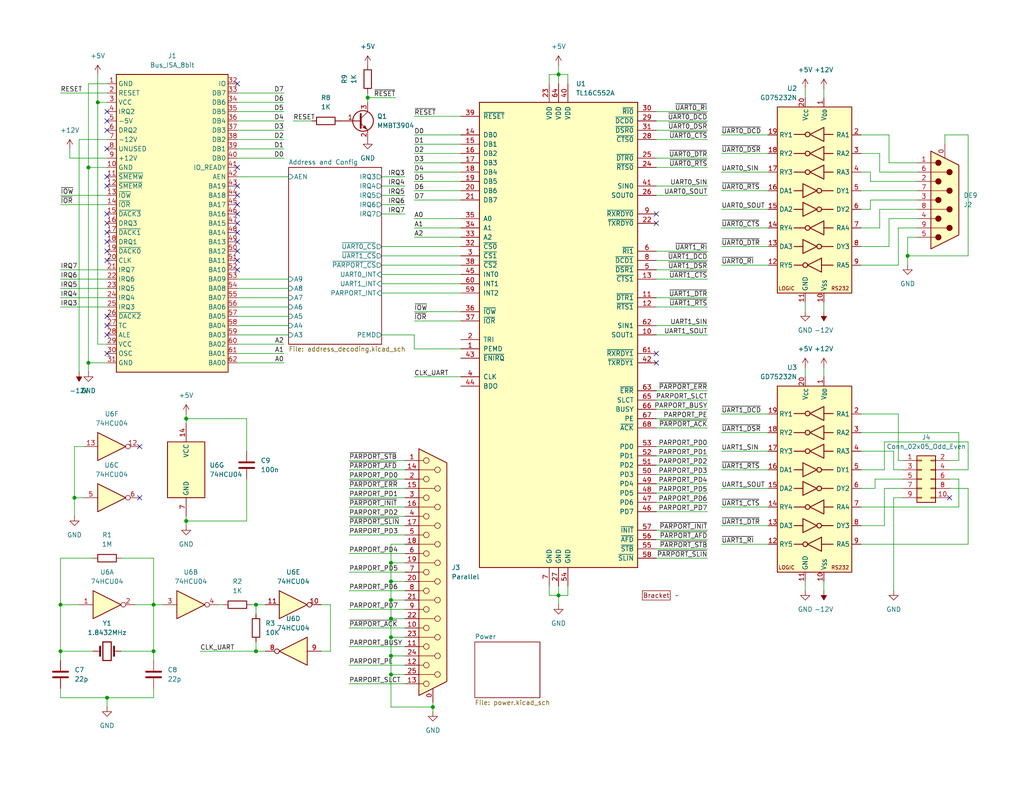
<source format=kicad_sch>
(kicad_sch (version 20231120) (generator "eeschema") (generator_version "8.0")
  (paper "USLetter")
  (junction (at 106.68 168.91))
  (junction (at 24.13 99.06))
  (junction (at 16.51 165.1))
  (junction (at 247.65 69.85))
  (junction (at 41.91 165.1))
  (junction (at 29.21 190.5))
  (junction (at 106.68 158.75))
  (junction (at 24.13 45.72))
  (junction (at 152.4 162.56))
  (junction (at 16.51 177.8))
  (junction (at 69.85 177.8))
  (junction (at 26.67 27.94))
  (junction (at 20.32 135.89))
  (junction (at 152.4 20.32))
  (junction (at 100.33 26.67))
  (junction (at 106.68 184.15))
  (junction (at 106.68 179.07))
  (junction (at 69.85 165.1))
  (junction (at 118.11 193.04))
  (junction (at 50.8 142.24))
  (junction (at 106.68 163.83))
  (junction (at 106.68 173.99))
  (junction (at 41.91 177.8))
  (junction (at 106.68 153.67))
  (junction (at 50.8 114.3))
  (no_connect (at 64.77 55.88))
  (no_connect (at 29.21 50.8))
  (no_connect (at 259.08 135.89))
  (no_connect (at 29.21 68.58))
  (no_connect (at 179.07 99.06))
  (no_connect (at 29.21 30.48))
  (no_connect (at 64.77 60.96))
  (no_connect (at 29.21 35.56))
  (no_connect (at 29.21 91.44))
  (no_connect (at 64.77 50.8))
  (no_connect (at 29.21 96.52))
  (no_connect (at 29.21 86.36))
  (no_connect (at 64.77 71.12))
  (no_connect (at 29.21 66.04))
  (no_connect (at 64.77 22.86))
  (no_connect (at 64.77 68.58))
  (no_connect (at 64.77 45.72))
  (no_connect (at 179.07 60.96))
  (no_connect (at 29.21 58.42))
  (no_connect (at 64.77 63.5))
  (no_connect (at 179.07 96.52))
  (no_connect (at 64.77 73.66))
  (no_connect (at 64.77 53.34))
  (no_connect (at 38.1 135.89))
  (no_connect (at 29.21 71.12))
  (no_connect (at 29.21 48.26))
  (no_connect (at 29.21 40.64))
  (no_connect (at 29.21 63.5))
  (no_connect (at 64.77 58.42))
  (no_connect (at 38.1 121.92))
  (no_connect (at 64.77 66.04))
  (no_connect (at 29.21 88.9))
  (no_connect (at 179.07 58.42))
  (no_connect (at 29.21 60.96))
  (no_connect (at 29.21 33.02))
  (wire (pts (xy 106.68 153.67) (xy 110.49 153.67)))
  (wire (pts (xy 125.73 95.25) (xy 113.03 95.25)))
  (wire (pts (xy 20.32 135.89) (xy 20.32 140.97)))
  (wire (pts (xy 33.02 152.4) (xy 41.91 152.4)))
  (wire (pts (xy 26.67 93.98) (xy 26.67 27.94)))
  (wire (pts (xy 179.07 114.3) (xy 193.04 114.3)))
  (wire (pts (xy 16.51 81.28) (xy 29.21 81.28)))
  (wire (pts (xy 104.14 67.31) (xy 125.73 67.31)))
  (wire (pts (xy 240.03 57.15) (xy 240.03 62.23)))
  (wire (pts (xy 245.11 113.03) (xy 234.95 113.03)))
  (wire (pts (xy 95.25 176.53) (xy 110.49 176.53)))
  (wire (pts (xy 240.03 46.99) (xy 250.19 46.99)))
  (wire (pts (xy 69.85 165.1) (xy 72.39 165.1)))
  (wire (pts (xy 29.21 93.98) (xy 26.67 93.98)))
  (wire (pts (xy 95.25 161.29) (xy 110.49 161.29)))
  (wire (pts (xy 242.57 36.83) (xy 234.95 36.83)))
  (wire (pts (xy 95.25 138.43) (xy 110.49 138.43)))
  (wire (pts (xy 234.95 52.07) (xy 250.19 52.07)))
  (wire (pts (xy 261.62 125.73) (xy 259.08 125.73)))
  (wire (pts (xy 241.3 133.35) (xy 246.38 133.35)))
  (wire (pts (xy 264.16 36.83) (xy 257.81 36.83)))
  (wire (pts (xy 106.68 173.99) (xy 106.68 179.07)))
  (wire (pts (xy 106.68 158.75) (xy 106.68 163.83)))
  (wire (pts (xy 179.07 30.48) (xy 193.04 30.48)))
  (wire (pts (xy 113.03 54.61) (xy 125.73 54.61)))
  (wire (pts (xy 106.68 163.83) (xy 106.68 168.91)))
  (wire (pts (xy 16.51 177.8) (xy 16.51 180.34)))
  (wire (pts (xy 179.07 76.2) (xy 193.04 76.2)))
  (wire (pts (xy 250.19 49.53) (xy 237.49 49.53)))
  (wire (pts (xy 41.91 190.5) (xy 41.91 187.96)))
  (wire (pts (xy 16.51 73.66) (xy 29.21 73.66)))
  (wire (pts (xy 264.16 128.27) (xy 259.08 128.27)))
  (wire (pts (xy 224.79 24.13) (xy 224.79 26.67)))
  (wire (pts (xy 104.14 80.01) (xy 125.73 80.01)))
  (wire (pts (xy 196.85 36.83) (xy 209.55 36.83)))
  (wire (pts (xy 113.03 59.69) (xy 125.73 59.69)))
  (wire (pts (xy 242.57 44.45) (xy 242.57 36.83)))
  (wire (pts (xy 247.65 64.77) (xy 247.65 69.85)))
  (wire (pts (xy 16.51 55.88) (xy 29.21 55.88)))
  (wire (pts (xy 196.85 143.51) (xy 209.55 143.51)))
  (wire (pts (xy 113.03 85.09) (xy 125.73 85.09)))
  (wire (pts (xy 179.07 111.76) (xy 193.04 111.76)))
  (wire (pts (xy 179.07 124.46) (xy 193.04 124.46)))
  (wire (pts (xy 152.4 17.78) (xy 152.4 20.32)))
  (wire (pts (xy 196.85 128.27) (xy 209.55 128.27)))
  (wire (pts (xy 110.49 53.34) (xy 104.14 53.34)))
  (wire (pts (xy 95.25 151.13) (xy 110.49 151.13)))
  (wire (pts (xy 36.83 165.1) (xy 41.91 165.1)))
  (wire (pts (xy 234.95 128.27) (xy 241.3 128.27)))
  (wire (pts (xy 95.25 140.97) (xy 110.49 140.97)))
  (wire (pts (xy 106.68 193.04) (xy 118.11 193.04)))
  (wire (pts (xy 29.21 22.86) (xy 24.13 22.86)))
  (wire (pts (xy 69.85 165.1) (xy 69.85 167.64)))
  (wire (pts (xy 179.07 121.92) (xy 193.04 121.92)))
  (wire (pts (xy 179.07 149.86) (xy 193.04 149.86)))
  (wire (pts (xy 64.77 86.36) (xy 78.74 86.36)))
  (wire (pts (xy 77.47 30.48) (xy 64.77 30.48)))
  (wire (pts (xy 106.68 153.67) (xy 106.68 158.75)))
  (wire (pts (xy 152.4 160.02) (xy 152.4 162.56)))
  (wire (pts (xy 106.68 179.07) (xy 110.49 179.07)))
  (wire (pts (xy 234.95 143.51) (xy 241.3 143.51)))
  (wire (pts (xy 104.14 69.85) (xy 125.73 69.85)))
  (wire (pts (xy 16.51 53.34) (xy 29.21 53.34)))
  (wire (pts (xy 20.32 121.92) (xy 20.32 135.89)))
  (wire (pts (xy 16.51 25.4) (xy 29.21 25.4)))
  (wire (pts (xy 238.76 133.35) (xy 238.76 130.81)))
  (wire (pts (xy 250.19 44.45) (xy 242.57 44.45)))
  (wire (pts (xy 219.71 158.75) (xy 219.71 161.29)))
  (wire (pts (xy 90.17 165.1) (xy 90.17 177.8)))
  (wire (pts (xy 113.03 62.23) (xy 125.73 62.23)))
  (wire (pts (xy 154.94 162.56) (xy 154.94 160.02)))
  (wire (pts (xy 196.85 133.35) (xy 209.55 133.35)))
  (wire (pts (xy 149.86 160.02) (xy 149.86 162.56)))
  (wire (pts (xy 64.77 91.44) (xy 78.74 91.44)))
  (wire (pts (xy 106.68 168.91) (xy 110.49 168.91)))
  (wire (pts (xy 234.95 123.19) (xy 243.84 123.19)))
  (wire (pts (xy 237.49 46.99) (xy 234.95 46.99)))
  (wire (pts (xy 179.07 45.72) (xy 193.04 45.72)))
  (wire (pts (xy 196.85 67.31) (xy 209.55 67.31)))
  (wire (pts (xy 261.62 118.11) (xy 261.62 125.73)))
  (wire (pts (xy 24.13 99.06) (xy 24.13 101.6)))
  (wire (pts (xy 149.86 162.56) (xy 152.4 162.56)))
  (wire (pts (xy 237.49 57.15) (xy 234.95 57.15)))
  (wire (pts (xy 110.49 148.59) (xy 106.68 148.59)))
  (wire (pts (xy 196.85 148.59) (xy 209.55 148.59)))
  (wire (pts (xy 243.84 128.27) (xy 246.38 128.27)))
  (wire (pts (xy 113.03 39.37) (xy 125.73 39.37)))
  (wire (pts (xy 179.07 88.9) (xy 193.04 88.9)))
  (wire (pts (xy 50.8 114.3) (xy 67.31 114.3)))
  (wire (pts (xy 149.86 20.32) (xy 149.86 22.86)))
  (wire (pts (xy 64.77 88.9) (xy 78.74 88.9)))
  (wire (pts (xy 29.21 43.18) (xy 19.05 43.18)))
  (wire (pts (xy 106.68 158.75) (xy 110.49 158.75)))
  (wire (pts (xy 72.39 177.8) (xy 69.85 177.8)))
  (wire (pts (xy 179.07 35.56) (xy 193.04 35.56)))
  (wire (pts (xy 219.71 100.33) (xy 219.71 102.87)))
  (wire (pts (xy 67.31 114.3) (xy 67.31 123.19)))
  (wire (pts (xy 22.86 121.92) (xy 20.32 121.92)))
  (wire (pts (xy 16.51 83.82) (xy 29.21 83.82)))
  (wire (pts (xy 179.07 116.84) (xy 193.04 116.84)))
  (wire (pts (xy 110.49 50.8) (xy 104.14 50.8)))
  (wire (pts (xy 224.79 158.75) (xy 224.79 161.29)))
  (wire (pts (xy 224.79 82.55) (xy 224.79 85.09)))
  (wire (pts (xy 67.31 142.24) (xy 67.31 130.81)))
  (wire (pts (xy 247.65 69.85) (xy 264.16 69.85)))
  (wire (pts (xy 179.07 38.1) (xy 193.04 38.1)))
  (wire (pts (xy 24.13 22.86) (xy 24.13 45.72)))
  (wire (pts (xy 242.57 59.69) (xy 242.57 67.31)))
  (wire (pts (xy 64.77 48.26) (xy 78.74 48.26)))
  (wire (pts (xy 106.68 173.99) (xy 110.49 173.99)))
  (wire (pts (xy 243.84 135.89) (xy 243.84 161.29)))
  (wire (pts (xy 29.21 38.1) (xy 21.59 38.1)))
  (wire (pts (xy 110.49 58.42) (xy 104.14 58.42)))
  (wire (pts (xy 264.16 120.65) (xy 264.16 128.27)))
  (wire (pts (xy 179.07 137.16) (xy 193.04 137.16)))
  (wire (pts (xy 21.59 38.1) (xy 21.59 101.6)))
  (wire (pts (xy 110.49 48.26) (xy 104.14 48.26)))
  (wire (pts (xy 113.03 41.91) (xy 125.73 41.91)))
  (wire (pts (xy 95.25 125.73) (xy 110.49 125.73)))
  (wire (pts (xy 77.47 43.18) (xy 64.77 43.18)))
  (wire (pts (xy 26.67 27.94) (xy 29.21 27.94)))
  (wire (pts (xy 104.14 72.39) (xy 125.73 72.39)))
  (wire (pts (xy 16.51 190.5) (xy 16.51 187.96)))
  (wire (pts (xy 54.61 177.8) (xy 69.85 177.8)))
  (wire (pts (xy 77.47 25.4) (xy 64.77 25.4)))
  (wire (pts (xy 113.03 46.99) (xy 125.73 46.99)))
  (wire (pts (xy 64.77 81.28) (xy 78.74 81.28)))
  (wire (pts (xy 264.16 148.59) (xy 264.16 133.35)))
  (wire (pts (xy 234.95 148.59) (xy 264.16 148.59)))
  (wire (pts (xy 224.79 100.33) (xy 224.79 102.87)))
  (wire (pts (xy 95.25 166.37) (xy 110.49 166.37)))
  (wire (pts (xy 113.03 44.45) (xy 125.73 44.45)))
  (wire (pts (xy 77.47 96.52) (xy 64.77 96.52)))
  (wire (pts (xy 245.11 125.73) (xy 245.11 113.03)))
  (wire (pts (xy 113.03 102.87) (xy 125.73 102.87)))
  (wire (pts (xy 196.85 52.07) (xy 209.55 52.07)))
  (wire (pts (xy 245.11 62.23) (xy 250.19 62.23)))
  (wire (pts (xy 250.19 59.69) (xy 242.57 59.69)))
  (wire (pts (xy 240.03 62.23) (xy 234.95 62.23)))
  (wire (pts (xy 95.25 186.69) (xy 110.49 186.69)))
  (wire (pts (xy 250.19 64.77) (xy 247.65 64.77)))
  (wire (pts (xy 33.02 177.8) (xy 41.91 177.8)))
  (wire (pts (xy 219.71 24.13) (xy 219.71 26.67)))
  (wire (pts (xy 257.81 36.83) (xy 257.81 39.37)))
  (wire (pts (xy 106.68 184.15) (xy 110.49 184.15)))
  (wire (pts (xy 16.51 78.74) (xy 29.21 78.74)))
  (wire (pts (xy 179.07 127) (xy 193.04 127)))
  (wire (pts (xy 234.95 72.39) (xy 245.11 72.39)))
  (wire (pts (xy 234.95 138.43) (xy 261.62 138.43)))
  (wire (pts (xy 243.84 123.19) (xy 243.84 128.27)))
  (wire (pts (xy 24.13 45.72) (xy 24.13 99.06)))
  (wire (pts (xy 20.32 135.89) (xy 22.86 135.89)))
  (wire (pts (xy 50.8 142.24) (xy 67.31 142.24)))
  (wire (pts (xy 41.91 152.4) (xy 41.91 165.1)))
  (wire (pts (xy 106.68 163.83) (xy 110.49 163.83)))
  (wire (pts (xy 179.07 106.68) (xy 193.04 106.68)))
  (wire (pts (xy 118.11 193.04) (xy 118.11 194.31)))
  (wire (pts (xy 64.77 78.74) (xy 78.74 78.74)))
  (wire (pts (xy 106.68 168.91) (xy 106.68 173.99)))
  (wire (pts (xy 179.07 71.12) (xy 193.04 71.12)))
  (wire (pts (xy 64.77 83.82) (xy 78.74 83.82)))
  (wire (pts (xy 179.07 83.82) (xy 193.04 83.82)))
  (wire (pts (xy 104.14 74.93) (xy 125.73 74.93)))
  (wire (pts (xy 196.85 72.39) (xy 209.55 72.39)))
  (wire (pts (xy 113.03 49.53) (xy 125.73 49.53)))
  (wire (pts (xy 261.62 138.43) (xy 261.62 130.81)))
  (wire (pts (xy 234.95 41.91) (xy 240.03 41.91)))
  (wire (pts (xy 179.07 43.18) (xy 193.04 43.18)))
  (wire (pts (xy 29.21 190.5) (xy 41.91 190.5)))
  (wire (pts (xy 24.13 45.72) (xy 29.21 45.72)))
  (wire (pts (xy 179.07 53.34) (xy 193.04 53.34)))
  (wire (pts (xy 100.33 26.67) (xy 100.33 27.94)))
  (wire (pts (xy 264.16 133.35) (xy 259.08 133.35)))
  (wire (pts (xy 196.85 46.99) (xy 209.55 46.99)))
  (wire (pts (xy 113.03 95.25) (xy 113.03 91.44)))
  (wire (pts (xy 152.4 20.32) (xy 149.86 20.32)))
  (wire (pts (xy 264.16 69.85) (xy 264.16 36.83)))
  (wire (pts (xy 179.07 147.32) (xy 193.04 147.32)))
  (wire (pts (xy 77.47 38.1) (xy 64.77 38.1)))
  (wire (pts (xy 113.03 64.77) (xy 125.73 64.77)))
  (wire (pts (xy 179.07 50.8) (xy 193.04 50.8)))
  (wire (pts (xy 69.85 177.8) (xy 69.85 175.26)))
  (wire (pts (xy 241.3 120.65) (xy 264.16 120.65)))
  (wire (pts (xy 106.68 184.15) (xy 106.68 193.04)))
  (wire (pts (xy 24.13 99.06) (xy 29.21 99.06)))
  (wire (pts (xy 241.3 143.51) (xy 241.3 133.35)))
  (wire (pts (xy 77.47 33.02) (xy 64.77 33.02)))
  (wire (pts (xy 113.03 31.75) (xy 125.73 31.75)))
  (wire (pts (xy 77.47 40.64) (xy 64.77 40.64)))
  (wire (pts (xy 25.4 152.4) (xy 16.51 152.4)))
  (wire (pts (xy 50.8 114.3) (xy 50.8 115.57)))
  (wire (pts (xy 95.25 181.61) (xy 110.49 181.61)))
  (wire (pts (xy 179.07 132.08) (xy 193.04 132.08)))
  (wire (pts (xy 64.77 76.2) (xy 78.74 76.2)))
  (wire (pts (xy 250.19 57.15) (xy 240.03 57.15)))
  (wire (pts (xy 95.25 146.05) (xy 110.49 146.05)))
  (wire (pts (xy 95.25 135.89) (xy 110.49 135.89)))
  (wire (pts (xy 118.11 191.77) (xy 118.11 193.04)))
  (wire (pts (xy 247.65 69.85) (xy 247.65 72.39)))
  (wire (pts (xy 237.49 49.53) (xy 237.49 46.99)))
  (wire (pts (xy 29.21 190.5) (xy 16.51 190.5)))
  (wire (pts (xy 113.03 91.44) (xy 104.14 91.44)))
  (wire (pts (xy 152.4 20.32) (xy 154.94 20.32)))
  (wire (pts (xy 113.03 52.07) (xy 125.73 52.07)))
  (wire (pts (xy 246.38 125.73) (xy 245.11 125.73)))
  (wire (pts (xy 238.76 130.81) (xy 246.38 130.81)))
  (wire (pts (xy 179.07 91.44) (xy 193.04 91.44)))
  (wire (pts (xy 59.69 165.1) (xy 60.96 165.1)))
  (wire (pts (xy 245.11 72.39) (xy 245.11 62.23)))
  (wire (pts (xy 16.51 177.8) (xy 16.51 165.1)))
  (wire (pts (xy 241.3 128.27) (xy 241.3 120.65)))
  (wire (pts (xy 179.07 134.62) (xy 193.04 134.62)))
  (wire (pts (xy 246.38 135.89) (xy 243.84 135.89)))
  (wire (pts (xy 50.8 113.03) (xy 50.8 114.3)))
  (wire (pts (xy 41.91 177.8) (xy 41.91 165.1)))
  (wire (pts (xy 152.4 20.32) (xy 152.4 22.86)))
  (wire (pts (xy 104.14 77.47) (xy 125.73 77.47)))
  (wire (pts (xy 196.85 57.15) (xy 209.55 57.15)))
  (wire (pts (xy 95.25 133.35) (xy 110.49 133.35)))
  (wire (pts (xy 154.94 20.32) (xy 154.94 22.86)))
  (wire (pts (xy 95.25 130.81) (xy 110.49 130.81)))
  (wire (pts (xy 87.63 165.1) (xy 90.17 165.1)))
  (wire (pts (xy 77.47 27.94) (xy 64.77 27.94)))
  (wire (pts (xy 196.85 113.03) (xy 209.55 113.03)))
  (wire (pts (xy 41.91 177.8) (xy 41.91 180.34)))
  (wire (pts (xy 95.25 156.21) (xy 110.49 156.21)))
  (wire (pts (xy 95.25 143.51) (xy 110.49 143.51)))
  (wire (pts (xy 196.85 41.91) (xy 209.55 41.91)))
  (wire (pts (xy 152.4 162.56) (xy 152.4 165.1)))
  (wire (pts (xy 26.67 20.32) (xy 26.67 27.94)))
  (wire (pts (xy 113.03 87.63) (xy 125.73 87.63)))
  (wire (pts (xy 240.03 41.91) (xy 240.03 46.99)))
  (wire (pts (xy 196.85 138.43) (xy 209.55 138.43)))
  (wire (pts (xy 152.4 162.56) (xy 154.94 162.56)))
  (wire (pts (xy 50.8 140.97) (xy 50.8 142.24)))
  (wire (pts (xy 25.4 177.8) (xy 16.51 177.8)))
  (wire (pts (xy 196.85 118.11) (xy 209.55 118.11)))
  (wire (pts (xy 261.62 130.81) (xy 259.08 130.81)))
  (wire (pts (xy 16.51 165.1) (xy 21.59 165.1)))
  (wire (pts (xy 179.07 144.78) (xy 193.04 144.78)))
  (wire (pts (xy 113.03 36.83) (xy 125.73 36.83)))
  (wire (pts (xy 106.68 179.07) (xy 106.68 184.15)))
  (wire (pts (xy 16.51 152.4) (xy 16.51 165.1)))
  (wire (pts (xy 100.33 25.4) (xy 100.33 26.67)))
  (wire (pts (xy 179.07 68.58) (xy 193.04 68.58)))
  (wire (pts (xy 179.07 139.7) (xy 193.04 139.7)))
  (wire (pts (xy 250.19 54.61) (xy 237.49 54.61)))
  (wire (pts (xy 90.17 177.8) (xy 87.63 177.8)))
  (wire (pts (xy 41.91 165.1) (xy 44.45 165.1)))
  (wire (pts (xy 106.68 148.59) (xy 106.68 153.67)))
  (wire (pts (xy 100.33 26.67) (xy 107.95 26.67)))
  (wire (pts (xy 77.47 99.06) (xy 64.77 99.06)))
  (wire (pts (xy 219.71 82.55) (xy 219.71 85.09)))
  (wire (pts (xy 234.95 133.35) (xy 238.76 133.35)))
  (wire (pts (xy 179.07 129.54) (xy 193.04 129.54)))
  (wire (pts (xy 77.47 93.98) (xy 64.77 93.98)))
  (wire (pts (xy 50.8 142.24) (xy 50.8 143.51)))
  (wire (pts (xy 234.95 118.11) (xy 261.62 118.11)))
  (wire (pts (xy 179.07 81.28) (xy 193.04 81.28)))
  (wire (pts (xy 179.07 33.02) (xy 193.04 33.02)))
  (wire (pts (xy 196.85 62.23) (xy 209.55 62.23)))
  (wire (pts (xy 237.49 54.61) (xy 237.49 57.15)))
  (wire (pts (xy 95.25 128.27) (xy 110.49 128.27)))
  (wire (pts (xy 77.47 35.56) (xy 64.77 35.56)))
  (wire (pts (xy 29.21 193.04) (xy 29.21 190.5)))
  (wire (pts (xy 242.57 67.31) (xy 234.95 67.31)))
  (wire (pts (xy 179.07 73.66) (xy 193.04 73.66)))
  (wire (pts (xy 68.58 165.1) (xy 69.85 165.1)))
  (wire (pts (xy 196.85 123.19) (xy 209.55 123.19)))
  (wire (pts (xy 179.07 109.22) (xy 193.04 109.22)))
  (wire (pts (xy 16.51 76.2) (xy 29.21 76.2)))
  (wire (pts (xy 95.25 171.45) (xy 110.49 171.45)))
  (wire (pts (xy 80.01 33.02) (xy 85.09 33.02)))
  (wire (pts (xy 19.05 40.64) (xy 19.05 43.18)))
  (wire (pts (xy 110.49 55.88) (xy 104.14 55.88)))
  (wire (pts (xy 179.07 152.4) (xy 193.04 152.4)))
  (label "~{PARPORT_STB}" (at 193.04 149.86 180))
  (label "PARPORT_PD4" (at 95.25 151.13 0))
  (label "D5" (at 113.03 49.53 0))
  (label "~{UART1_RI}" (at 196.85 148.59 0))
  (label "~{PARPORT_SLIN}" (at 193.04 152.4 180))
  (label "PARPORT_PE" (at 193.04 114.3 180))
  (label "UART0_SIN" (at 193.04 50.8 180))
  (label "~{UART1_CTS}" (at 193.04 76.2 180))
  (label "PARPORT_PD4" (at 193.04 132.08 180))
  (label "~{UART1_RI}" (at 193.04 68.58 180))
  (label "~{PARPORT_AFD}" (at 95.25 128.27 0))
  (label "RESET" (at 16.51 25.4 0))
  (label "D7" (at 77.47 25.4 180))
  (label "D1" (at 77.47 40.64 180))
  (label "~{UART1_DCD}" (at 196.85 113.03 0))
  (label "PARPORT_PD2" (at 95.25 140.97 0))
  (label "A1" (at 77.47 96.52 180))
  (label "~{PARPORT_ERR}" (at 193.04 106.68 180))
  (label "PARPORT_PD7" (at 193.04 139.7 180))
  (label "IRQ3" (at 16.51 83.82 0))
  (label "~{PARPORT_SLIN}" (at 95.25 143.51 0))
  (label "~{PARPORT_ACK}" (at 193.04 116.84 180))
  (label "~{UART1_RTS}" (at 196.85 128.27 0))
  (label "~{UART0_DCD}" (at 196.85 36.83 0))
  (label "~{IOW}" (at 16.51 53.34 0))
  (label "D5" (at 77.47 30.48 180))
  (label "~{UART0_CTS}" (at 193.04 38.1 180))
  (label "A2" (at 77.47 93.98 180))
  (label "RESET" (at 80.01 33.02 0))
  (label "~{UART1_CTS}" (at 196.85 138.43 0))
  (label "~{UART1_RTS}" (at 193.04 83.82 180))
  (label "PARPORT_PD1" (at 193.04 124.46 180))
  (label "UART1_SIN" (at 196.85 123.19 0))
  (label "D3" (at 77.47 35.56 180))
  (label "PARPORT_BUSY" (at 95.25 176.53 0))
  (label "IRQ5" (at 16.51 78.74 0))
  (label "IRQ6" (at 16.51 76.2 0))
  (label "~{UART1_DSR}" (at 193.04 73.66 180))
  (label "D2" (at 77.47 38.1 180))
  (label "PARPORT_PD0" (at 193.04 121.92 180))
  (label "PARPORT_PD6" (at 193.04 137.16 180))
  (label "~{UART0_RTS}" (at 193.04 45.72 180))
  (label "~{IOR}" (at 113.03 87.63 0))
  (label "IRQ3" (at 110.49 48.26 180))
  (label "~{PARPORT_STB}" (at 95.25 125.73 0))
  (label "PARPORT_SLCT" (at 193.04 109.22 180))
  (label "PARPORT_PD0" (at 95.25 130.81 0))
  (label "~{PARPORT_ERR}" (at 95.25 133.35 0))
  (label "PARPORT_PD3" (at 193.04 129.54 180))
  (label "PARPORT_PD2" (at 193.04 127 180))
  (label "~{IOW}" (at 113.03 85.09 0))
  (label "~{RESET}" (at 113.03 31.75 0))
  (label "PARPORT_PD5" (at 193.04 134.62 180))
  (label "~{UART0_DSR}" (at 193.04 35.56 180))
  (label "IRQ4" (at 16.51 81.28 0))
  (label "~{PARPORT_AFD}" (at 193.04 147.32 180))
  (label "UART1_SIN" (at 193.04 88.9 180))
  (label "~{UART1_DTR}" (at 193.04 81.28 180))
  (label "~{UART0_DTR}" (at 193.04 43.18 180))
  (label "D0" (at 77.47 43.18 180))
  (label "IRQ5" (at 110.49 53.34 180))
  (label "PARPORT_PD5" (at 95.25 156.21 0))
  (label "IRQ6" (at 110.49 55.88 180))
  (label "UART1_SOUT" (at 196.85 133.35 0))
  (label "D2" (at 113.03 41.91 0))
  (label "D0" (at 113.03 36.83 0))
  (label "D6" (at 77.47 27.94 180))
  (label "A0" (at 77.47 99.06 180))
  (label "D3" (at 113.03 44.45 0))
  (label "IRQ4" (at 110.49 50.8 180))
  (label "~{UART0_DTR}" (at 196.85 67.31 0))
  (label "~{RESET}" (at 107.95 26.67 180))
  (label "~{PARPORT_INIT}" (at 95.25 138.43 0))
  (label "~{UART0_RI}" (at 196.85 72.39 0))
  (label "UART0_SOUT" (at 196.85 57.15 0))
  (label "IRQ7" (at 110.49 58.42 180))
  (label "A0" (at 113.03 59.69 0))
  (label "~{PARPORT_ACK}" (at 95.25 171.45 0))
  (label "PARPORT_SLCT" (at 95.25 186.69 0))
  (label "CLK_UART" (at 113.03 102.87 0))
  (label "D1" (at 113.03 39.37 0))
  (label "UART0_SIN" (at 196.85 46.99 0))
  (label "~{UART1_DSR}" (at 196.85 118.11 0))
  (label "~{UART0_RI}" (at 193.04 30.48 180))
  (label "PARPORT_PD3" (at 95.25 146.05 0))
  (label "UART0_SOUT" (at 193.04 53.34 180))
  (label "D7" (at 113.03 54.61 0))
  (label "PARPORT_PD1" (at 95.25 135.89 0))
  (label "~{UART0_DSR}" (at 196.85 41.91 0))
  (label "PARPORT_BUSY" (at 193.04 111.76 180))
  (label "~{UART1_DTR}" (at 196.85 143.51 0))
  (label "~{UART0_DCD}" (at 193.04 33.02 180))
  (label "PARPORT_PD6" (at 95.25 161.29 0))
  (label "D4" (at 77.47 33.02 180))
  (label "~{IOR}" (at 16.51 55.88 0))
  (label "~{UART0_RTS}" (at 196.85 52.07 0))
  (label "CLK_UART" (at 54.61 177.8 0))
  (label "~{UART0_CTS}" (at 196.85 62.23 0))
  (label "A2" (at 113.03 64.77 0))
  (label "~{PARPORT_INIT}" (at 193.04 144.78 180))
  (label "UART1_SOUT" (at 193.04 91.44 180))
  (label "A1" (at 113.03 62.23 0))
  (label "PARPORT_PD7" (at 95.25 166.37 0))
  (label "D4" (at 113.03 46.99 0))
  (label "PARPORT_PE" (at 95.25 181.61 0))
  (label "~{UART1_DCD}" (at 193.04 71.12 180))
  (label "D6" (at 113.03 52.07 0))
  (label "IRQ7" (at 16.51 73.66 0))
  (symbol (lib_id "Interface_UART:GD75232N") (at 222.25 54.61 0) (mirror y) (unit 1)
    (property "Reference" "U2" (at 217.5159 24.13 0) (effects (justify left)))
    (property "Value" "GD75232N" (at 217.5159 26.67 0) (effects (justify left)))
    (property "Footprint" "Package_DIP:DIP-20_W7.62mm" (effects (hide yes)))
    (property "Datasheet" "http://www.ti.com/lit/ds/symlink/gd75232.pdf" (effects (hide yes)))
    (property "Description" "Multiple RS-232 Driver and Receiver, DIP-20" (effects (hide yes)))
  )
  (symbol (lib_id "power:GND") (at 219.71 161.29 0) (unit 1)
    (property "Reference" "#PWR07" (effects (hide yes)))
    (property "Value" "GND" (at 219.71 166.37 0))
    (property "Description" "Power symbol creates a global label with name \"GND\" , ground" (effects (hide yes)))
  )
  (symbol (lib_id "power:+5V") (at 219.71 24.13 0) (unit 1)
    (property "Reference" "#PWR01" (effects (hide yes)))
    (property "Value" "+5V" (at 219.71 19.05 0))
    (property "Description" "Power symbol creates a global label with name \"+5V\"" (effects (hide yes)))
  )
  (symbol (lib_id "pc-parts:TL16C552A") (at 152.4 91.44 0) (unit 1)
    (property "Reference" "U1" (at 157.1341 22.86 0) (effects (justify left)))
    (property "Value" "TL16C552A" (at 157.1341 25.4 0) (effects (justify left)))
    (property "Footprint" "Package_LCC:PLCC-68_THT-Socket" (effects (hide yes)))
    (property "Datasheet" "http://www.ti.com/lit/ds/symlink/pc16550d.pdf" (effects (hide yes)))
    (property "Description" "PC16550D, Universal Asynchronous Receiver/Transmitter with FIFOs, PDIP-40" (effects (hide yes)))
  )
  (symbol (lib_id "power:GND") (at 247.65 72.39 0) (unit 1)
    (property "Reference" "#PWR05" (effects (hide yes)))
    (property "Value" "GND" (at 247.65 77.47 0))
    (property "Description" "Power symbol creates a global label with name \"GND\" , ground" (effects (hide yes)))
  )
  (symbol (lib_id "power:+5V") (at 26.67 20.32 0) (unit 1)
    (property "Reference" "#PWR028" (effects (hide yes)))
    (property "Value" "+5V" (at 26.67 15.24 0))
    (property "Description" "Power symbol creates a global label with name \"+5V\"" (effects (hide yes)))
  )
  (symbol (lib_id "74xx:74HC04") (at 80.01 165.1 0) (unit 5)
    (property "Reference" "U6" (at 80.01 156.21 0))
    (property "Value" "74HCU04" (at 80.01 158.75 0))
    (property "Footprint" "Package_SO:SO-14_3.9x8.65mm_P1.27mm" (effects (hide yes)))
    (property "Datasheet" "https://assets.nexperia.com/documents/data-sheet/74HC_HCT04.pdf" (effects (hide yes)))
    (property "Description" "Hex Inverter" (effects (hide yes)))
  )
  (symbol (lib_id "Device:R") (at 29.21 152.4 90) (unit 1)
    (property "Reference" "R1" (at 29.21 146.05 90))
    (property "Value" "1M" (at 29.21 148.59 90))
    (property "Footprint" "Resistor_SMD:R_0603_1608Metric_Pad0.98x0.95mm_HandSolder" (effects (hide yes)))
    (property "Description" "Resistor" (effects (hide yes)))
  )
  (symbol (lib_id "74xx:74HC04") (at 30.48 121.92 0) (unit 6)
    (property "Reference" "U6" (at 30.48 113.03 0))
    (property "Value" "74HCU04" (at 30.48 115.57 0))
    (property "Footprint" "Package_SO:SO-14_3.9x8.65mm_P1.27mm" (effects (hide yes)))
    (property "Datasheet" "https://assets.nexperia.com/documents/data-sheet/74HC_HCT04.pdf" (effects (hide yes)))
    (property "Description" "Hex Inverter" (effects (hide yes)))
  )
  (symbol (lib_id "power:GND") (at 50.8 143.51 0) (unit 1)
    (property "Reference" "#PWR020" (effects (hide yes)))
    (property "Value" "GND" (at 50.8 148.59 0))
    (property "Description" "Power symbol creates a global label with name \"GND\" , ground" (effects (hide yes)))
  )
  (symbol (lib_id "Transistor_BJT:MMBT3904") (at 97.79 33.02 0) (unit 1)
    (property "Reference" "Q1" (at 102.87 31.7499 0) (effects (justify left)))
    (property "Value" "MMBT3904" (at 102.87 34.2899 0) (effects (justify left)))
    (property "Footprint" "Package_TO_SOT_SMD:SOT-23" (effects (hide yes)))
    (property "Datasheet" "https://www.onsemi.com/pdf/datasheet/pzt3904-d.pdf" (effects (hide yes)))
    (property "Description" "0.2A Ic, 40V Vce, Small Signal NPN Transistor, SOT-23" (effects (hide yes)))
  )
  (symbol (lib_id "Device:R") (at 69.85 171.45 0) (unit 1)
    (property "Reference" "R3" (at 72.39 170.1799 0) (effects (justify left)))
    (property "Value" "10K" (at 72.39 172.7199 0) (effects (justify left)))
    (property "Footprint" "Resistor_SMD:R_0603_1608Metric_Pad0.98x0.95mm_HandSolder" (effects (hide yes)))
    (property "Description" "Resistor" (effects (hide yes)))
  )
  (symbol (lib_id "74xx:74HC04") (at 30.48 135.89 0) (unit 3)
    (property "Reference" "U6" (at 30.48 127 0))
    (property "Value" "74HCU04" (at 30.48 129.54 0))
    (property "Footprint" "Package_SO:SO-14_3.9x8.65mm_P1.27mm" (effects (hide yes)))
    (property "Datasheet" "https://assets.nexperia.com/documents/data-sheet/74HC_HCT04.pdf" (effects (hide yes)))
    (property "Description" "Hex Inverter" (effects (hide yes)))
  )
  (symbol (lib_id "74xx:74HC04") (at 52.07 165.1 0) (unit 2)
    (property "Reference" "U6" (at 52.07 156.21 0))
    (property "Value" "74HCU04" (at 52.07 158.75 0))
    (property "Footprint" "Package_SO:SO-14_3.9x8.65mm_P1.27mm" (effects (hide yes)))
    (property "Datasheet" "https://assets.nexperia.com/documents/data-sheet/74HC_HCT04.pdf" (effects (hide yes)))
    (property "Description" "Hex Inverter" (effects (hide yes)))
  )
  (symbol (lib_id "power:+12V") (at 19.05 40.64 0) (unit 1)
    (property "Reference" "#PWR025" (effects (hide yes)))
    (property "Value" "+12V" (at 19.05 35.56 0))
    (property "Description" "Power symbol creates a global label with name \"+12V\"" (effects (hide yes)))
  )
  (symbol (lib_id "power:GND") (at 243.84 161.29 0) (unit 1)
    (property "Reference" "#PWR010" (effects (hide yes)))
    (property "Value" "GND" (at 243.84 166.37 0))
    (property "Description" "Power symbol creates a global label with name \"GND\" , ground" (effects (hide yes)))
  )
  (symbol (lib_id "Interface_UART:GD75232N") (at 222.25 130.81 0) (mirror y) (unit 1)
    (property "Reference" "U3" (at 217.5159 100.33 0) (effects (justify left)))
    (property "Value" "GD75232N" (at 217.5159 102.87 0) (effects (justify left)))
    (property "Footprint" "Package_DIP:DIP-20_W7.62mm" (effects (hide yes)))
    (property "Datasheet" "http://www.ti.com/lit/ds/symlink/gd75232.pdf" (effects (hide yes)))
    (property "Description" "Multiple RS-232 Driver and Receiver, DIP-20" (effects (hide yes)))
  )
  (symbol (lib_id "power:GND") (at 29.21 193.04 0) (unit 1)
    (property "Reference" "#PWR018" (effects (hide yes)))
    (property "Value" "GND" (at 29.21 198.12 0))
    (property "Description" "Power symbol creates a global label with name \"GND\" , ground" (effects (hide yes)))
  )
  (symbol (lib_id "power:+5V") (at 100.33 17.78 0) (unit 1)
    (property "Reference" "#PWR038" (effects (hide yes)))
    (property "Value" "+5V" (at 100.33 12.7 0))
    (property "Description" "Power symbol creates a global label with name \"+5V\"" (effects (hide yes)))
  )
  (symbol (lib_id "Device:Crystal") (at 29.21 177.8 0) (unit 1)
    (property "Reference" "Y1" (at 29.21 170.18 0))
    (property "Value" "1.8432MHz" (at 29.21 172.72 0))
    (property "Footprint" "Crystal:Crystal_HC49-U_Vertical" (effects (hide yes)))
    (property "Description" "Two pin crystal" (effects (hide yes)))
  )
  (symbol (lib_id "Device:R") (at 88.9 33.02 90) (unit 1)
    (property "Reference" "R8" (at 88.9 26.67 90))
    (property "Value" "1K" (at 88.9 29.21 90))
    (property "Footprint" "Resistor_SMD:R_0603_1608Metric_Pad0.98x0.95mm_HandSolder" (effects (hide yes)))
    (property "Description" "Resistor" (effects (hide yes)))
  )
  (symbol (lib_id "power:GND") (at 152.4 165.1 0) (unit 1)
    (property "Reference" "#PWR024" (effects (hide yes)))
    (property "Value" "GND" (at 152.4 170.18 0))
    (property "Description" "Power symbol creates a global label with name \"GND\" , ground" (effects (hide yes)))
  )
  (symbol (lib_id "Device:R") (at 64.77 165.1 90) (unit 1)
    (property "Reference" "R2" (at 64.77 158.75 90))
    (property "Value" "1K" (at 64.77 161.29 90))
    (property "Footprint" "Resistor_SMD:R_0603_1608Metric_Pad0.98x0.95mm_HandSolder" (effects (hide yes)))
    (property "Description" "Resistor" (effects (hide yes)))
  )
  (symbol (lib_id "power:-12V") (at 224.79 161.29 180) (unit 1)
    (property "Reference" "#PWR09" (effects (hide yes)))
    (property "Value" "-12V" (at 224.79 166.37 0))
    (property "Description" "Power symbol creates a global label with name \"-12V\"" (effects (hide yes)))
  )
  (symbol (lib_id "pc-parts:9202") (at 179.07 162.56 0) (unit 1)
    (property "Reference" "BRACKET1" (effects (hide yes)))
    (property "Value" "~" (at 184.15 162.56 0) (effects (justify left)))
    (property "Footprint" "pc-parts:PC_BRACKET_ISA_KEYSTONE_9200_Rev1_1" (effects (hide yes)))
  )
  (symbol (lib_id "Device:C") (at 67.31 127 0) (unit 1)
    (property "Reference" "C9" (at 71.12 125.7299 0) (effects (justify left)))
    (property "Value" "100n" (at 71.12 128.2699 0) (effects (justify left)))
    (property "Footprint" "Capacitor_SMD:C_0603_1608Metric_Pad1.08x0.95mm_HandSolder" (effects (hide yes)))
    (property "Description" "Unpolarized capacitor" (effects (hide yes)))
  )
  (symbol (lib_id "74xx:74HC04") (at 29.21 165.1 0) (unit 1)
    (property "Reference" "U6" (at 29.21 156.21 0))
    (property "Value" "74HCU04" (at 29.21 158.75 0))
    (property "Footprint" "Package_SO:SO-14_3.9x8.65mm_P1.27mm" (effects (hide yes)))
    (property "Datasheet" "https://assets.nexperia.com/documents/data-sheet/74HC_HCT04.pdf" (effects (hide yes)))
    (property "Description" "Hex Inverter" (effects (hide yes)))
  )
  (symbol (lib_id "power:GND") (at 20.32 140.97 0) (unit 1)
    (property "Reference" "#PWR017" (effects (hide yes)))
    (property "Value" "GND" (at 20.32 146.05 0))
    (property "Description" "Power symbol creates a global label with name \"GND\" , ground" (effects (hide yes)))
  )
  (symbol (lib_id "power:-12V") (at 21.59 101.6 180) (unit 1)
    (property "Reference" "#PWR026" (effects (hide yes)))
    (property "Value" "-12V" (at 21.59 106.68 0))
    (property "Description" "Power symbol creates a global label with name \"-12V\"" (effects (hide yes)))
  )
  (symbol (lib_id "power:+5V") (at 50.8 113.03 0) (unit 1)
    (property "Reference" "#PWR019" (effects (hide yes)))
    (property "Value" "+5V" (at 50.8 107.95 0))
    (property "Description" "Power symbol creates a global label with name \"+5V\"" (effects (hide yes)))
  )
  (symbol (lib_id "Device:R") (at 100.33 21.59 180) (unit 1)
    (property "Reference" "R9" (at 93.98 21.59 90))
    (property "Value" "1K" (at 96.52 21.59 90))
    (property "Footprint" "Resistor_SMD:R_0603_1608Metric_Pad0.98x0.95mm_HandSolder" (effects (hide yes)))
    (property "Description" "Resistor" (effects (hide yes)))
  )
  (symbol (lib_id "Connector:Bus_ISA_8bit") (at 46.99 60.96 0) (unit 1)
    (property "Reference" "J1" (at 46.99 15.24 0))
    (property "Value" "Bus_ISA_8bit" (at 46.99 17.78 0))
    (property "Footprint" "pc-parts:BUS_AT_8BIT" (effects (hide yes)))
    (property "Datasheet" "https://en.wikipedia.org/wiki/Industry_Standard_Architecture" (effects (hide yes)))
    (property "Description" "8-bit ISA-PC bus connector" (effects (hide yes)))
  )
  (symbol (lib_id "power:GND") (at 24.13 101.6 0) (unit 1)
    (property "Reference" "#PWR027" (effects (hide yes)))
    (property "Value" "GND" (at 24.13 106.68 0))
    (property "Description" "Power symbol creates a global label with name \"GND\" , ground" (effects (hide yes)))
  )
  (symbol (lib_id "74xx:74HC04") (at 50.8 128.27 0) (unit 7)
    (property "Reference" "U6" (at 57.15 126.9999 0) (effects (justify left)))
    (property "Value" "74HCU04" (at 57.15 129.5399 0) (effects (justify left)))
    (property "Footprint" "Package_SO:SO-14_3.9x8.65mm_P1.27mm" (effects (hide yes)))
    (property "Datasheet" "https://assets.nexperia.com/documents/data-sheet/74HC_HCT04.pdf" (effects (hide yes)))
    (property "Description" "Hex Inverter" (effects (hide yes)))
  )
  (symbol (lib_id "Device:C") (at 41.91 184.15 0) (unit 1)
    (property "Reference" "C8" (at 45.72 182.8799 0) (effects (justify left)))
    (property "Value" "22p" (at 45.72 185.4199 0) (effects (justify left)))
    (property "Footprint" "Capacitor_SMD:C_0603_1608Metric_Pad1.08x0.95mm_HandSolder" (effects (hide yes)))
    (property "Description" "Unpolarized capacitor" (effects (hide yes)))
  )
  (symbol (lib_id "power:GND") (at 118.11 194.31 0) (unit 1)
    (property "Reference" "#PWR011" (effects (hide yes)))
    (property "Value" "GND" (at 118.11 199.39 0))
    (property "Description" "Power symbol creates a global label with name \"GND\" , ground" (effects (hide yes)))
  )
  (symbol (lib_id "power:GND") (at 219.71 85.09 0) (unit 1)
    (property "Reference" "#PWR02" (effects (hide yes)))
    (property "Value" "GND" (at 219.71 90.17 0))
    (property "Description" "Power symbol creates a global label with name \"GND\" , ground" (effects (hide yes)))
  )
  (symbol (lib_id "Connector:DB25_Receptacle_MountingHoles") (at 118.11 156.21 0) (unit 1)
    (property "Reference" "J3" (at 123.19 154.9399 0) (effects (justify left)))
    (property "Value" "Parallel" (at 123.19 157.4799 0) (effects (justify left)))
    (property "Footprint" "Connector_Dsub:DSUB-25_Female_Horizontal_P2.77x2.84mm_EdgePinOffset4.94mm_Housed_MountingHolesOffset4.94mm" (effects (hide yes)))
    (property "Description" "25-pin female receptacle socket D-SUB connector, Mounting Hole" (effects (hide yes)))
  )
  (symbol (lib_id "power:GND") (at 100.33 38.1 0) (unit 1)
    (property "Reference" "#PWR037" (effects (hide yes)))
    (property "Value" "GND" (at 100.33 43.18 0))
    (property "Description" "Power symbol creates a global label with name \"GND\" , ground" (effects (hide yes)))
  )
  (symbol (lib_id "power:+12V") (at 224.79 24.13 0) (unit 1)
    (property "Reference" "#PWR03" (effects (hide yes)))
    (property "Value" "+12V" (at 224.79 19.05 0))
    (property "Description" "Power symbol creates a global label with name \"+12V\"" (effects (hide yes)))
  )
  (symbol (lib_id "power:+12V") (at 224.79 100.33 0) (unit 1)
    (property "Reference" "#PWR08" (effects (hide yes)))
    (property "Value" "+12V" (at 224.79 95.25 0))
    (property "Description" "Power symbol creates a global label with name \"+12V\"" (effects (hide yes)))
  )
  (symbol (lib_id "Connector:DE9_Plug_MountingHoles") (at 257.81 54.61 0) (mirror x) (unit 1)
    (property "Reference" "J2" (at 262.89 55.8801 0) (effects (justify left)))
    (property "Value" "DE9" (at 262.89 53.3401 0) (effects (justify left)))
    (property "Footprint" "Connector_Dsub:DSUB-9_Male_Horizontal_P2.77x2.84mm_EdgePinOffset4.94mm_Housed_MountingHolesOffset4.94mm" (effects (hide yes)))
    (property "Description" "9-pin male plug pin D-SUB connector, Mounting Hole" (effects (hide yes)))
  )
  (symbol (lib_id "power:+5V") (at 219.71 100.33 0) (unit 1)
    (property "Reference" "#PWR06" (effects (hide yes)))
    (property "Value" "+5V" (at 219.71 95.25 0))
    (property "Description" "Power symbol creates a global label with name \"+5V\"" (effects (hide yes)))
  )
  (symbol (lib_id "74xx:74HC04") (at 80.01 177.8 0) (mirror y) (unit 4)
    (property "Reference" "U6" (at 80.01 168.91 0))
    (property "Value" "74HCU04" (at 80.01 171.45 0))
    (property "Footprint" "Package_SO:SO-14_3.9x8.65mm_P1.27mm" (effects (hide yes)))
    (property "Datasheet" "https://assets.nexperia.com/documents/data-sheet/74HC_HCT04.pdf" (effects (hide yes)))
    (property "Description" "Hex Inverter" (effects (hide yes)))
  )
  (symbol (lib_id "power:-12V") (at 224.79 85.09 180) (unit 1)
    (property "Reference" "#PWR04" (effects (hide yes)))
    (property "Value" "-12V" (at 224.79 90.17 0))
    (property "Description" "Power symbol creates a global label with name \"-12V\"" (effects (hide yes)))
  )
  (symbol (lib_id "Device:C") (at 16.51 184.15 0) (unit 1)
    (property "Reference" "C7" (at 20.32 182.8799 0) (effects (justify left)))
    (property "Value" "22p" (at 20.32 185.4199 0) (effects (justify left)))
    (property "Footprint" "Capacitor_SMD:C_0603_1608Metric_Pad1.08x0.95mm_HandSolder" (effects (hide yes)))
    (property "Description" "Unpolarized capacitor" (effects (hide yes)))
  )
  (symbol (lib_id "power:+5V") (at 152.4 17.78 0) (unit 1)
    (property "Reference" "#PWR023" (effects (hide yes)))
    (property "Value" "+5V" (at 152.4 12.7 0))
    (property "Description" "Power symbol creates a global label with name \"+5V\"" (effects (hide yes)))
  )
  (symbol (lib_id "Connector_Generic:Conn_02x05_Odd_Even") (at 251.46 130.81 0) (unit 1)
    (property "Reference" "J4" (at 252.73 119.38 0))
    (property "Value" "Conn_02x05_Odd_Even" (at 252.73 121.92 0))
    (property "Footprint" "Connector_IDC:IDC-Header_2x05_P2.54mm_Vertical" (effects (hide yes)))
    (property "Description" "Generic connector, double row, 02x05, odd/even pin numbering scheme (row 1 odd numbers, row 2 even numbers), script generated (kicad-library-utils/schlib/autogen/connector/)" (effects (hide yes)))
  )
  (sheet (at 78.74 45.72) (size 25.4 48.26) (stroke (width 0.1524))
    (property "Sheetname" "Address and Config" (at 78.74 45.0084 0) (effects (justify left bottom)))
    (property "Sheetfile" "address_decoding.kicad_sch" (at 78.74 94.5646 0) (effects (justify left top)))
    (pin "AEN" input (at 78.74 48.26 180))
    (pin "A8" input (at 78.74 78.74 180))
    (pin "A4" input (at 78.74 88.9 180))
    (pin "A3" input (at 78.74 91.44 180))
    (pin "A9" input (at 78.74 76.2 180))
    (pin "~{UART1_CS}" output (at 104.14 69.85 0))
    (pin "A7" input (at 78.74 81.28 180))
    (pin "A6" input (at 78.74 83.82 180))
    (pin "A5" input (at 78.74 86.36 180))
    (pin "~{UART0_CS}" output (at 104.14 67.31 0))
    (pin "~{PARPORT_CS}" output (at 104.14 72.39 0))
    (pin "UART0_INT" input (at 104.14 74.93 0))
    (pin "UART1_INT" input (at 104.14 77.47 0))
    (pin "PARPORT_INT" input (at 104.14 80.01 0))
    (pin "IRQ5" output (at 104.14 53.34 0))
    (pin "IRQ6" output (at 104.14 55.88 0))
    (pin "IRQ7" output (at 104.14 58.42 0))
    (pin "IRQ4" output (at 104.14 50.8 0))
    (pin "IRQ3" output (at 104.14 48.26 0))
    (pin "PEMD" output (at 104.14 91.44 0))
  )
  (sheet (at 129.54 175.26) (size 17.78 15.24) (stroke (width 0.1524))
    (property "Sheetname" "Power" (at 129.54 174.5484 0) (effects (justify left bottom)))
    (property "Sheetfile" "power.kicad_sch" (at 129.54 191.0846 0) (effects (justify left top)))
  )
)
</source>
